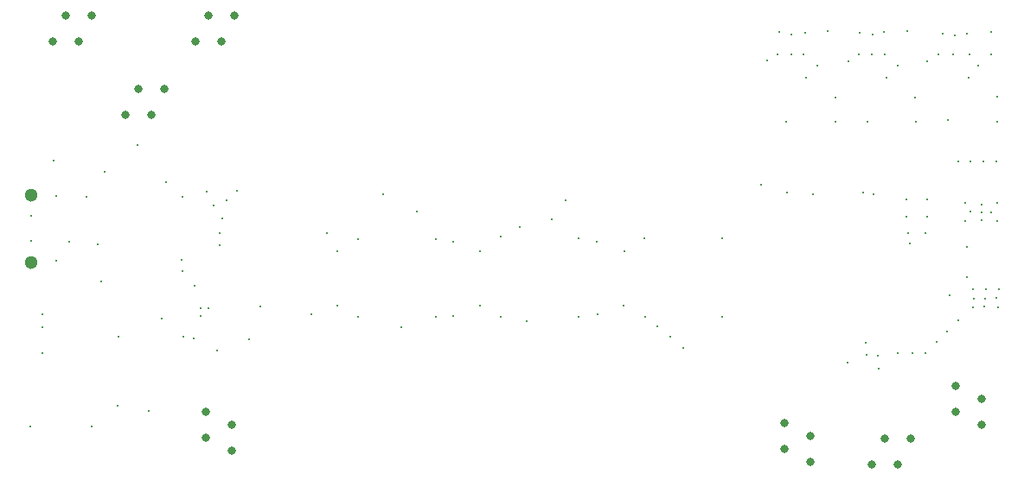
<source format=gbr>
%TF.GenerationSoftware,Altium Limited,Altium Designer,22.9.1 (49)*%
G04 Layer_Color=0*
%FSLAX45Y45*%
%MOMM*%
%TF.SameCoordinates,925A93EA-3B44-44BF-AA41-ED200E7300F1*%
%TF.FilePolarity,Positive*%
%TF.FileFunction,Plated,1,4,PTH,Drill*%
%TF.Part,Single*%
G01*
G75*
%TA.AperFunction,ComponentDrill*%
%ADD101C,0.80000*%
%ADD102C,0.80000*%
%ADD103C,1.30000*%
%TA.AperFunction,ViaDrill,NotFilled*%
%ADD104C,0.20000*%
D101*
X1524000Y4504700D02*
D03*
X1397000Y4250700D02*
D03*
X1270000Y4504700D02*
D03*
X1143000Y4250700D02*
D03*
X812800Y5228600D02*
D03*
X685800Y4974600D02*
D03*
X558800Y5228600D02*
D03*
X431800Y4974600D02*
D03*
X2209800Y5228600D02*
D03*
X2082800Y4974600D02*
D03*
X1955800Y5228600D02*
D03*
X1828800Y4974600D02*
D03*
X8826500Y1079500D02*
D03*
X8699500Y825500D02*
D03*
X8572500Y1079500D02*
D03*
X8445500Y825500D02*
D03*
D102*
X9525000Y1219200D02*
D03*
X9271000Y1346200D02*
D03*
X9525000Y1473200D02*
D03*
X9271000Y1600200D02*
D03*
X7848600Y850900D02*
D03*
X7594600Y977900D02*
D03*
X7848600Y1104900D02*
D03*
X7594600Y1231900D02*
D03*
X2176900Y963600D02*
D03*
X1922900Y1090600D02*
D03*
X2176900Y1217600D02*
D03*
X1922900Y1344600D02*
D03*
D103*
X215100Y2811000D02*
D03*
X215100Y3471000D02*
D03*
D104*
X2062500Y3093700D02*
D03*
X2062500Y2980000D02*
D03*
X2003404Y3367304D02*
D03*
X2232396Y3512604D02*
D03*
X2132396Y3415104D02*
D03*
X9662500Y3797500D02*
D03*
X9612500Y3297500D02*
D03*
X9407500Y3302500D02*
D03*
X9522500Y3222500D02*
D03*
X9525000Y3377500D02*
D03*
X9520000Y3300000D02*
D03*
X9675000Y3390000D02*
D03*
X9362500Y3387500D02*
D03*
X9360000Y3210000D02*
D03*
X9675000Y3215000D02*
D03*
X9667500Y2460000D02*
D03*
X9547500Y2372500D02*
D03*
X9552500Y2450000D02*
D03*
X9560000Y2542500D02*
D03*
X9447500Y2452500D02*
D03*
X9440200Y2367500D02*
D03*
X9440200Y2545000D02*
D03*
X9680000Y2367500D02*
D03*
X9690000Y2547500D02*
D03*
X8787500Y3427500D02*
D03*
X8800600Y3092201D02*
D03*
X8785600Y3252700D02*
D03*
X8815000Y2990000D02*
D03*
X8987500Y3427500D02*
D03*
X8985601Y3252700D02*
D03*
X8970601Y3092201D02*
D03*
X9210000Y2485000D02*
D03*
X9380000Y2660000D02*
D03*
X9375000Y2960000D02*
D03*
X8510000Y1762500D02*
D03*
X8212500Y1827500D02*
D03*
X8505000Y1895000D02*
D03*
X8387500Y2017500D02*
D03*
X8392500Y1902500D02*
D03*
X7867500Y3480000D02*
D03*
X7617500Y3490000D02*
D03*
X8462500Y3477500D02*
D03*
X7360000Y3567500D02*
D03*
X1065000Y1400000D02*
D03*
X1367500Y1352500D02*
D03*
X1067500Y2075000D02*
D03*
X2040104Y1947396D02*
D03*
X905000Y2622500D02*
D03*
X330000Y2295100D02*
D03*
X1710108Y2079756D02*
D03*
X1498600Y2260600D02*
D03*
X3840000Y2175000D02*
D03*
X1695000Y2722500D02*
D03*
X1689100Y2832100D02*
D03*
X1810000Y2065000D02*
D03*
X330000Y1914100D02*
D03*
X807500Y1200000D02*
D03*
X207500Y1200000D02*
D03*
X330000Y2168100D02*
D03*
X215100Y3261000D02*
D03*
X215100Y3021000D02*
D03*
X935000Y3695000D02*
D03*
X8985000Y4780000D02*
D03*
X8215000Y4782500D02*
D03*
X7425000Y4785000D02*
D03*
X9673500Y4191000D02*
D03*
X8873400Y4191000D02*
D03*
X8086000Y4191000D02*
D03*
X3111500Y3094900D02*
D03*
X3419400Y3031900D02*
D03*
X4177500Y3035000D02*
D03*
X4345000Y3010000D02*
D03*
X5752500Y3007500D02*
D03*
X6985000Y2277500D02*
D03*
X6225000Y2270000D02*
D03*
X5760000Y2297500D02*
D03*
X5577500Y2272500D02*
D03*
X4812500Y2270000D02*
D03*
X4345000Y2285000D02*
D03*
X4177500Y2277500D02*
D03*
X3415000Y2272500D02*
D03*
X1937611Y3499711D02*
D03*
X1257300Y3958500D02*
D03*
X435700Y3810000D02*
D03*
X460100Y3461000D02*
D03*
X865000Y2982500D02*
D03*
X590000Y3010000D02*
D03*
X460100Y2821000D02*
D03*
X9410000Y3800000D02*
D03*
X8090000Y4426500D02*
D03*
X7610000Y4190000D02*
D03*
X8400000Y4190000D02*
D03*
X9190000Y4200000D02*
D03*
X2090000Y3240000D02*
D03*
X2960000Y2300000D02*
D03*
X6020000Y2920000D02*
D03*
X9670000Y4430000D02*
D03*
X8870000Y4420000D02*
D03*
X9390000Y4620000D02*
D03*
X8590000Y4620000D02*
D03*
X7800000Y4620000D02*
D03*
X8700000Y4740000D02*
D03*
X7910000Y4740000D02*
D03*
X9490000Y4739843D02*
D03*
X9292500Y2240000D02*
D03*
X9180000Y2130000D02*
D03*
X9077500Y2027500D02*
D03*
X8967500Y1917500D02*
D03*
X8840000Y1920000D02*
D03*
X8702500Y1920000D02*
D03*
X9540000Y3800000D02*
D03*
X9290000Y3800000D02*
D03*
X9610000Y5070000D02*
D03*
X8790000Y5080000D02*
D03*
X8010000Y5080000D02*
D03*
X8570000Y4850000D02*
D03*
X8320000Y4850000D02*
D03*
X8449400Y4846400D02*
D03*
X7780000Y4850000D02*
D03*
X7520000Y4850000D02*
D03*
X7658100Y4846400D02*
D03*
X7790000Y5060000D02*
D03*
X7540000Y5070000D02*
D03*
X8450000Y5045000D02*
D03*
X8330000Y5060000D02*
D03*
X8560000Y5070000D02*
D03*
X7660000Y5045000D02*
D03*
X5450000Y3420000D02*
D03*
X8360000Y3490000D02*
D03*
X5310000Y3230000D02*
D03*
X3660000Y3480000D02*
D03*
X3990000Y3310000D02*
D03*
X5000000Y3150000D02*
D03*
X9140000Y5050000D02*
D03*
X9380000Y5050000D02*
D03*
X9260000Y5035000D02*
D03*
X9610000Y4850000D02*
D03*
X9400000Y4850000D02*
D03*
X9100000Y4850000D02*
D03*
X9245600Y4846400D02*
D03*
X5067300Y2235200D02*
D03*
X2349500Y2057400D02*
D03*
X2463800Y2374900D02*
D03*
X6350000Y2184400D02*
D03*
X6477000Y2082800D02*
D03*
X6985000Y3048000D02*
D03*
X6223000Y3048000D02*
D03*
X5575300Y3048000D02*
D03*
X4813300Y3060700D02*
D03*
X1816100Y2578100D02*
D03*
X3213100Y2921000D02*
D03*
X4610100Y2921000D02*
D03*
X1955800Y2362200D02*
D03*
X1879600Y2286000D02*
D03*
X762000Y3454400D02*
D03*
X4610100Y2387600D02*
D03*
X3213100Y2387600D02*
D03*
X6019800Y2387600D02*
D03*
X1879600Y2362200D02*
D03*
X6604000Y1968500D02*
D03*
X1534800Y3594100D02*
D03*
X1701800Y3454400D02*
D03*
%TF.MD5,5d787275f012c892f750c20c93bba130*%
M02*

</source>
